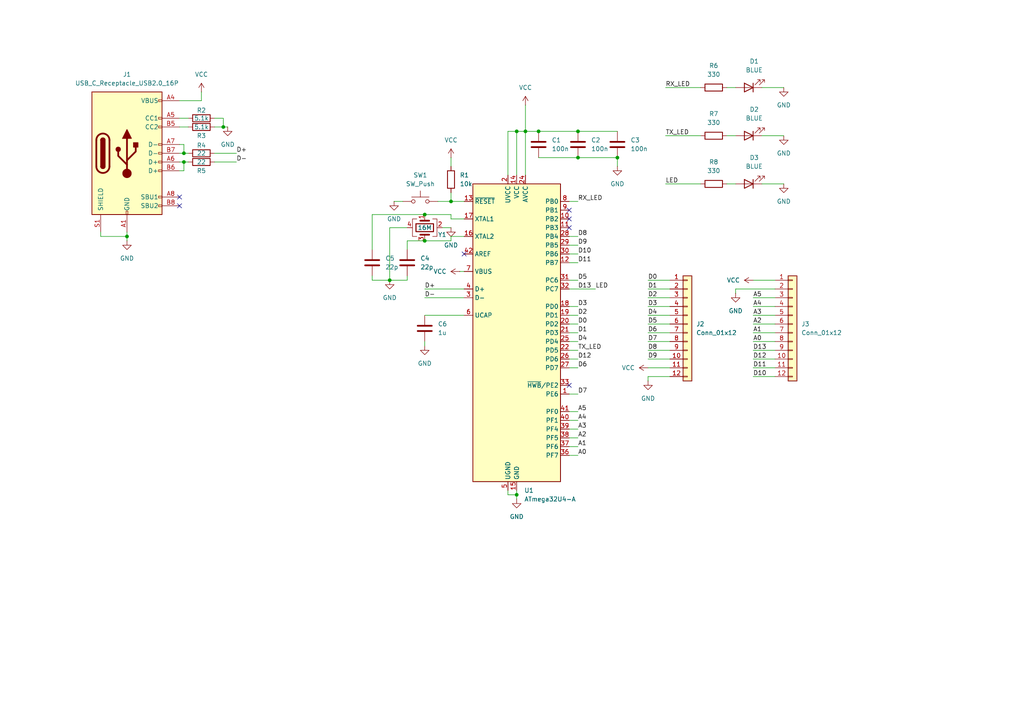
<source format=kicad_sch>
(kicad_sch (version 20231120) (generator "eeschema") (generator_version "8.0")
  (paper "A4")
  (lib_symbols
    (symbol "Connector:USB_C_Receptacle_USB2.0_16P" (pin_names (offset 1.016))
      (property "Reference" "J" (at 0 22.225 0))
      (property "Value" "USB_C_Receptacle_USB2.0_16P" (at 0 19.685 0))
      (symbol "USB_C_Receptacle_USB2.0_16P_0_0"
        (rectangle (start -0.254 -17.78) (end 0.254 -16.764))
        (rectangle (start 10.16 -14.986) (end 9.144 -15.494))
        (rectangle (start 10.16 -12.446) (end 9.144 -12.954))
        (rectangle (start 10.16 -4.826) (end 9.144 -5.334))
        (rectangle (start 10.16 -2.286) (end 9.144 -2.794))
        (rectangle (start 10.16 0.254) (end 9.144 -0.254))
        (rectangle (start 10.16 2.794) (end 9.144 2.286))
        (rectangle (start 10.16 7.874) (end 9.144 7.366))
        (rectangle (start 10.16 10.414) (end 9.144 9.906))
        (rectangle (start 10.16 15.494) (end 9.144 14.986))
      )
      (symbol "USB_C_Receptacle_USB2.0_16P_0_1"
        (rectangle (start -10.16 17.78) (end 10.16 -17.78) (stroke (width 0.254)) (fill (type background)))
        (arc (start -8.89 -3.81) (mid -6.985 -5.7067) (end -5.08 -3.81) (stroke (width 0.508)))
        (arc (start -7.62 -3.81) (mid -6.985 -4.4423) (end -6.35 -3.81) (stroke (width 0.254)))
        (arc (start -7.62 -3.81) (mid -6.985 -4.4423) (end -6.35 -3.81) (stroke (width 0.254)) (fill (type outline)))
        (rectangle (start -7.62 -3.81) (end -6.35 3.81) (stroke (width 0.254)) (fill (type outline)))
        (arc (start -6.35 3.81) (mid -6.985 4.4423) (end -7.62 3.81) (stroke (width 0.254)))
        (arc (start -6.35 3.81) (mid -6.985 4.4423) (end -7.62 3.81) (stroke (width 0.254)) (fill (type outline)))
        (arc (start -5.08 3.81) (mid -6.985 5.7067) (end -8.89 3.81) (stroke (width 0.508)))
        (circle (center -2.54 1.143) (radius 0.635) (stroke (width 0.254)) (fill (type outline)))
        (circle (center 0 -5.842) (radius 1.27) (fill (type outline)))
        (polyline (pts (xy -8.89 -3.81) (xy -8.89 3.81)) (stroke (width 0.508)))
        (polyline (pts (xy -5.08 3.81) (xy -5.08 -3.81)) (stroke (width 0.508)))
        (polyline (pts (xy 0 -5.842) (xy 0 4.318)) (stroke (width 0.508)))
        (polyline (pts (xy 0 -3.302) (xy -2.54 -0.762) (xy -2.54 0.508)) (stroke (width 0.508)))
        (polyline (pts (xy 0 -2.032) (xy 2.54 0.508) (xy 2.54 1.778)) (stroke (width 0.508)))
        (polyline (pts (xy -1.27 4.318) (xy 0 6.858) (xy 1.27 4.318) (xy -1.27 4.318)) (stroke (width 0.254)) (fill (type outline)))
        (rectangle (start 1.905 1.778) (end 3.175 3.048) (stroke (width 0.254)) (fill (type outline)))
      )
      (symbol "USB_C_Receptacle_USB2.0_16P_1_1"
        (pin passive line (at 0 -22.86 90) (length 5.08) (name "GND") (number "A1"))
        (pin passive line (at 0 -22.86 90) (length 5.08) hide (name "GND") (number "A12"))
        (pin passive line (at 15.24 15.24 180) (length 5.08) (name "VBUS") (number "A4"))
        (pin bidirectional line (at 15.24 10.16 180) (length 5.08) (name "CC1") (number "A5"))
        (pin bidirectional line (at 15.24 -2.54 180) (length 5.08) (name "D+") (number "A6"))
        (pin bidirectional line (at 15.24 2.54 180) (length 5.08) (name "D-") (number "A7"))
        (pin bidirectional line (at 15.24 -12.7 180) (length 5.08) (name "SBU1") (number "A8"))
        (pin passive line (at 15.24 15.24 180) (length 5.08) hide (name "VBUS") (number "A9"))
        (pin passive line (at 0 -22.86 90) (length 5.08) hide (name "GND") (number "B1"))
        (pin passive line (at 0 -22.86 90) (length 5.08) hide (name "GND") (number "B12"))
        (pin passive line (at 15.24 15.24 180) (length 5.08) hide (name "VBUS") (number "B4"))
        (pin bidirectional line (at 15.24 7.62 180) (length 5.08) (name "CC2") (number "B5"))
        (pin bidirectional line (at 15.24 -5.08 180) (length 5.08) (name "D+") (number "B6"))
        (pin bidirectional line (at 15.24 0 180) (length 5.08) (name "D-") (number "B7"))
        (pin bidirectional line (at 15.24 -15.24 180) (length 5.08) (name "SBU2") (number "B8"))
        (pin passive line (at 15.24 15.24 180) (length 5.08) hide (name "VBUS") (number "B9"))
        (pin passive line (at -7.62 -22.86 90) (length 5.08) (name "SHIELD") (number "S1"))
      )
    )
    (symbol "Connector_Generic:Conn_01x12" (pin_names (offset 1.016) hide)
      (property "Reference" "J" (at 0 15.24 0))
      (property "Value" "Conn_01x12" (at 0 -17.78 0))
      (symbol "Conn_01x12_1_1"
        (rectangle (start -1.27 -15.113) (end 0 -15.367) (stroke (width 0.1524)))
        (rectangle (start -1.27 -12.573) (end 0 -12.827) (stroke (width 0.1524)))
        (rectangle (start -1.27 -10.033) (end 0 -10.287) (stroke (width 0.1524)))
        (rectangle (start -1.27 -7.493) (end 0 -7.747) (stroke (width 0.1524)))
        (rectangle (start -1.27 -4.953) (end 0 -5.207) (stroke (width 0.1524)))
        (rectangle (start -1.27 -2.413) (end 0 -2.667) (stroke (width 0.1524)))
        (rectangle (start -1.27 0.127) (end 0 -0.127) (stroke (width 0.1524)))
        (rectangle (start -1.27 2.667) (end 0 2.413) (stroke (width 0.1524)))
        (rectangle (start -1.27 5.207) (end 0 4.953) (stroke (width 0.1524)))
        (rectangle (start -1.27 7.747) (end 0 7.493) (stroke (width 0.1524)))
        (rectangle (start -1.27 10.287) (end 0 10.033) (stroke (width 0.1524)))
        (rectangle (start -1.27 12.827) (end 0 12.573) (stroke (width 0.1524)))
        (rectangle (start -1.27 13.97) (end 1.27 -16.51) (stroke (width 0.254)) (fill (type background)))
        (pin passive line (at -5.08 12.7 0) (length 3.81) (name "Pin_1") (number "1"))
        (pin passive line (at -5.08 -10.16 0) (length 3.81) (name "Pin_10") (number "10"))
        (pin passive line (at -5.08 -12.7 0) (length 3.81) (name "Pin_11") (number "11"))
        (pin passive line (at -5.08 -15.24 0) (length 3.81) (name "Pin_12") (number "12"))
        (pin passive line (at -5.08 10.16 0) (length 3.81) (name "Pin_2") (number "2"))
        (pin passive line (at -5.08 7.62 0) (length 3.81) (name "Pin_3") (number "3"))
        (pin passive line (at -5.08 5.08 0) (length 3.81) (name "Pin_4") (number "4"))
        (pin passive line (at -5.08 2.54 0) (length 3.81) (name "Pin_5") (number "5"))
        (pin passive line (at -5.08 0 0) (length 3.81) (name "Pin_6") (number "6"))
        (pin passive line (at -5.08 -2.54 0) (length 3.81) (name "Pin_7") (number "7"))
        (pin passive line (at -5.08 -5.08 0) (length 3.81) (name "Pin_8") (number "8"))
        (pin passive line (at -5.08 -7.62 0) (length 3.81) (name "Pin_9") (number "9"))
      )
    )
    (symbol "Device:C" (pin_numbers hide) (pin_names (offset 0.254))
      (property "Reference" "C" (at 0.635 2.54 0))
      (property "Value" "C" (at 0.635 -2.54 0))
      (symbol "C_0_1"
        (polyline (pts (xy -2.032 -0.762) (xy 2.032 -0.762)) (stroke (width 0.508)))
        (polyline (pts (xy -2.032 0.762) (xy 2.032 0.762)) (stroke (width 0.508)))
      )
      (symbol "C_1_1"
        (pin passive line (at 0 3.81 270) (length 2.794) (name "~") (number "1"))
        (pin passive line (at 0 -3.81 90) (length 2.794) (name "~") (number "2"))
      )
    )
    (symbol "Device:Crystal_GND24" (pin_names (offset 1.016) hide)
      (property "Reference" "Y" (at 3.175 5.08 0))
      (property "Value" "Crystal_GND24" (at 3.175 3.175 0))
      (symbol "Crystal_GND24_0_1"
        (rectangle (start -1.143 2.54) (end 1.143 -2.54) (stroke (width 0.3048)))
        (polyline (pts (xy -2.54 0) (xy -2.032 0)))
        (polyline (pts (xy -2.032 -1.27) (xy -2.032 1.27)) (stroke (width 0.508)))
        (polyline (pts (xy 0 -3.81) (xy 0 -3.556)))
        (polyline (pts (xy 0 3.556) (xy 0 3.81)))
        (polyline (pts (xy 2.032 -1.27) (xy 2.032 1.27)) (stroke (width 0.508)))
        (polyline (pts (xy 2.032 0) (xy 2.54 0)))
        (polyline (pts (xy -2.54 -2.286) (xy -2.54 -3.556) (xy 2.54 -3.556) (xy 2.54 -2.286)))
        (polyline (pts (xy -2.54 2.286) (xy -2.54 3.556) (xy 2.54 3.556) (xy 2.54 2.286)))
      )
      (symbol "Crystal_GND24_1_1"
        (pin passive line (at -3.81 0 0) (length 1.27) (name "1") (number "1"))
        (pin passive line (at 0 5.08 270) (length 1.27) (name "2") (number "2"))
        (pin passive line (at 3.81 0 180) (length 1.27) (name "3") (number "3"))
        (pin passive line (at 0 -5.08 90) (length 1.27) (name "4") (number "4"))
      )
    )
    (symbol "Device:LED" (pin_numbers hide) (pin_names (offset 1.016) hide)
      (property "Reference" "D" (at 0 2.54 0))
      (property "Value" "LED" (at 0 -2.54 0))
      (symbol "LED_0_1"
        (polyline (pts (xy -1.27 -1.27) (xy -1.27 1.27)) (stroke (width 0.254)))
        (polyline (pts (xy -1.27 0) (xy 1.27 0)))
        (polyline (pts (xy 1.27 -1.27) (xy 1.27 1.27) (xy -1.27 0) (xy 1.27 -1.27)) (stroke (width 0.254)))
        (polyline (pts (xy -3.048 -0.762) (xy -4.572 -2.286) (xy -3.81 -2.286) (xy -4.572 -2.286) (xy -4.572 -1.524)))
        (polyline (pts (xy -1.778 -0.762) (xy -3.302 -2.286) (xy -2.54 -2.286) (xy -3.302 -2.286) (xy -3.302 -1.524)))
      )
      (symbol "LED_1_1"
        (pin passive line (at -3.81 0 0) (length 2.54) (name "K") (number "1"))
        (pin passive line (at 3.81 0 180) (length 2.54) (name "A") (number "2"))
      )
    )
    (symbol "Device:R" (pin_numbers hide) (pin_names (offset 0))
      (property "Reference" "R" (at 2.032 0 90))
      (property "Value" "R" (at 0 0 90))
      (symbol "R_0_1"
        (rectangle (start -1.016 -2.54) (end 1.016 2.54) (stroke (width 0.254)))
      )
      (symbol "R_1_1"
        (pin passive line (at 0 3.81 270) (length 1.27) (name "~") (number "1"))
        (pin passive line (at 0 -3.81 90) (length 1.27) (name "~") (number "2"))
      )
    )
    (symbol "MCU_Microchip_ATmega:ATmega32U4-A"
      (property "Reference" "U" (at -12.7 44.45 0))
      (property "Value" "ATmega32U4-A" (at 2.54 -44.45 0))
      (symbol "ATmega32U4-A_0_1"
        (rectangle (start -12.7 -43.18) (end 12.7 43.18) (stroke (width 0.254)) (fill (type background)))
      )
      (symbol "ATmega32U4-A_1_1"
        (pin bidirectional line (at 15.24 -17.78 180) (length 2.54) (name "PE6") (number "1"))
        (pin bidirectional line (at 15.24 33.02 180) (length 2.54) (name "PB2") (number "10"))
        (pin bidirectional line (at 15.24 30.48 180) (length 2.54) (name "PB3") (number "11"))
        (pin bidirectional line (at 15.24 20.32 180) (length 2.54) (name "PB7") (number "12"))
        (pin input line (at -15.24 38.1 0) (length 2.54) (name "~{RESET}") (number "13"))
        (pin power_in line (at 0 45.72 270) (length 2.54) (name "VCC") (number "14"))
        (pin power_in line (at 0 -45.72 90) (length 2.54) (name "GND") (number "15"))
        (pin output line (at -15.24 27.94 0) (length 2.54) (name "XTAL2") (number "16"))
        (pin input line (at -15.24 33.02 0) (length 2.54) (name "XTAL1") (number "17"))
        (pin bidirectional line (at 15.24 7.62 180) (length 2.54) (name "PD0") (number "18"))
        (pin bidirectional line (at 15.24 5.08 180) (length 2.54) (name "PD1") (number "19"))
        (pin power_in line (at -2.54 45.72 270) (length 2.54) (name "UVCC") (number "2"))
        (pin bidirectional line (at 15.24 2.54 180) (length 2.54) (name "PD2") (number "20"))
        (pin bidirectional line (at 15.24 0 180) (length 2.54) (name "PD3") (number "21"))
        (pin bidirectional line (at 15.24 -5.08 180) (length 2.54) (name "PD5") (number "22"))
        (pin passive line (at 0 -45.72 90) (length 2.54) hide (name "GND") (number "23"))
        (pin power_in line (at 2.54 45.72 270) (length 2.54) (name "AVCC") (number "24"))
        (pin bidirectional line (at 15.24 -2.54 180) (length 2.54) (name "PD4") (number "25"))
        (pin bidirectional line (at 15.24 -7.62 180) (length 2.54) (name "PD6") (number "26"))
        (pin bidirectional line (at 15.24 -10.16 180) (length 2.54) (name "PD7") (number "27"))
        (pin bidirectional line (at 15.24 27.94 180) (length 2.54) (name "PB4") (number "28"))
        (pin bidirectional line (at 15.24 25.4 180) (length 2.54) (name "PB5") (number "29"))
        (pin bidirectional line (at -15.24 10.16 0) (length 2.54) (name "D-") (number "3"))
        (pin bidirectional line (at 15.24 22.86 180) (length 2.54) (name "PB6") (number "30"))
        (pin bidirectional line (at 15.24 15.24 180) (length 2.54) (name "PC6") (number "31"))
        (pin bidirectional line (at 15.24 12.7 180) (length 2.54) (name "PC7") (number "32"))
        (pin bidirectional line (at 15.24 -15.24 180) (length 2.54) (name "~{HWB}/PE2") (number "33"))
        (pin passive line (at 0 45.72 270) (length 2.54) hide (name "VCC") (number "34"))
        (pin passive line (at 0 -45.72 90) (length 2.54) hide (name "GND") (number "35"))
        (pin bidirectional line (at 15.24 -35.56 180) (length 2.54) (name "PF7") (number "36"))
        (pin bidirectional line (at 15.24 -33.02 180) (length 2.54) (name "PF6") (number "37"))
        (pin bidirectional line (at 15.24 -30.48 180) (length 2.54) (name "PF5") (number "38"))
        (pin bidirectional line (at 15.24 -27.94 180) (length 2.54) (name "PF4") (number "39"))
        (pin bidirectional line (at -15.24 12.7 0) (length 2.54) (name "D+") (number "4"))
        (pin bidirectional line (at 15.24 -25.4 180) (length 2.54) (name "PF1") (number "40"))
        (pin bidirectional line (at 15.24 -22.86 180) (length 2.54) (name "PF0") (number "41"))
        (pin passive line (at -15.24 22.86 0) (length 2.54) (name "AREF") (number "42"))
        (pin passive line (at 0 -45.72 90) (length 2.54) hide (name "GND") (number "43"))
        (pin passive line (at 2.54 45.72 270) (length 2.54) hide (name "AVCC") (number "44"))
        (pin passive line (at -2.54 -45.72 90) (length 2.54) (name "UGND") (number "5"))
        (pin passive line (at -15.24 5.08 0) (length 2.54) (name "UCAP") (number "6"))
        (pin input line (at -15.24 17.78 0) (length 2.54) (name "VBUS") (number "7"))
        (pin bidirectional line (at 15.24 38.1 180) (length 2.54) (name "PB0") (number "8"))
        (pin bidirectional line (at 15.24 35.56 180) (length 2.54) (name "PB1") (number "9"))
      )
    )
    (symbol "Switch:SW_Push" (pin_numbers hide) (pin_names (offset 1.016) hide)
      (property "Reference" "SW" (at 1.27 2.54 0))
      (property "Value" "SW_Push" (at 0 -1.524 0))
      (symbol "SW_Push_0_1"
        (circle (center -2.032 0) (radius 0.508))
        (polyline (pts (xy 0 1.27) (xy 0 3.048)))
        (polyline (pts (xy 2.54 1.27) (xy -2.54 1.27)))
        (circle (center 2.032 0) (radius 0.508))
        (pin passive line (at -5.08 0 0) (length 2.54) (name "1") (number "1"))
        (pin passive line (at 5.08 0 180) (length 2.54) (name "2") (number "2"))
      )
    )
    (symbol "power:GND" (power) (pin_numbers hide) (pin_names (offset 0) hide)
      (property "Value" "GND" (at 0 -3.81 0))
      (symbol "GND_0_1"
        (polyline (pts (xy 0 0) (xy 0 -1.27) (xy 1.27 -1.27) (xy 0 -2.54) (xy -1.27 -1.27) (xy 0 -1.27)))
      )
      (symbol "GND_1_1"
        (pin power_in line (at 0 0 270) (length 0) (name "~") (number "1"))
      )
    )
    (symbol "power:VCC" (power) (pin_numbers hide) (pin_names (offset 0) hide)
      (property "Value" "VCC" (at 0 3.556 0))
      (symbol "VCC_0_1"
        (polyline (pts (xy -0.762 1.27) (xy 0 2.54)))
        (polyline (pts (xy 0 0) (xy 0 2.54)))
        (polyline (pts (xy 0 2.54) (xy 0.762 1.27)))
      )
      (symbol "VCC_1_1"
        (pin power_in line (at 0 0 90) (length 0) (name "~") (number "1"))
      )
    )
  )
  (junction (at 53.34 46.99))
  (junction (at 149.86 38.1))
  (junction (at 53.34 44.45))
  (junction (at 149.86 143.51))
  (junction (at 36.83 68.58))
  (junction (at 64.77 36.83))
  (junction (at 130.81 58.42))
  (junction (at 123.19 62.23))
  (junction (at 179.07 45.72))
  (junction (at 123.19 69.85))
  (junction (at 167.64 38.1))
  (junction (at 167.64 45.72))
  (junction (at 156.21 38.1))
  (junction (at 152.4 38.1))
  (junction (at 113.03 81.28))
  (no_connect (at 165.1 111.76))
  (no_connect (at 165.1 66.04))
  (no_connect (at 165.1 63.5))
  (no_connect (at 165.1 60.96))
  (no_connect (at 134.62 73.66))
  (no_connect (at 52.07 59.69))
  (no_connect (at 52.07 57.15))
  (wire (pts (xy 210.82 53.34) (xy 213.36 53.34)))
  (wire (pts (xy 187.96 106.68) (xy 194.31 106.68)))
  (wire (pts (xy 187.96 83.82) (xy 194.31 83.82)))
  (wire (pts (xy 123.19 91.44) (xy 134.62 91.44)))
  (wire (pts (xy 123.19 69.85) (xy 130.81 69.85)))
  (wire (pts (xy 187.96 93.98) (xy 194.31 93.98)))
  (wire (pts (xy 167.64 45.72) (xy 179.07 45.72)))
  (wire (pts (xy 167.64 124.46) (xy 165.1 124.46)))
  (wire (pts (xy 127 58.42) (xy 130.81 58.42)))
  (wire (pts (xy 220.98 53.34) (xy 227.33 53.34)))
  (wire (pts (xy 167.64 91.44) (xy 165.1 91.44)))
  (wire (pts (xy 218.44 109.22) (xy 224.79 109.22)))
  (wire (pts (xy 123.19 62.23) (xy 107.95 62.23)))
  (wire (pts (xy 213.36 83.82) (xy 213.36 85.09)))
  (wire (pts (xy 52.07 34.29) (xy 54.61 34.29)))
  (wire (pts (xy 152.4 38.1) (xy 152.4 50.8)))
  (wire (pts (xy 167.64 119.38) (xy 165.1 119.38)))
  (wire (pts (xy 36.83 68.58) (xy 36.83 69.85)))
  (wire (pts (xy 107.95 62.23) (xy 107.95 72.39)))
  (wire (pts (xy 113.03 66.04) (xy 118.11 66.04)))
  (wire (pts (xy 130.81 62.23) (xy 130.81 63.5)))
  (wire (pts (xy 210.82 39.37) (xy 213.36 39.37)))
  (wire (pts (xy 130.81 69.85) (xy 130.81 68.58)))
  (wire (pts (xy 218.44 99.06) (xy 224.79 99.06)))
  (wire (pts (xy 165.1 83.82) (xy 172.72 83.82)))
  (wire (pts (xy 64.77 34.29) (xy 64.77 36.83)))
  (wire (pts (xy 107.95 80.01) (xy 107.95 81.28)))
  (wire (pts (xy 187.96 104.14) (xy 194.31 104.14)))
  (wire (pts (xy 218.44 96.52) (xy 224.79 96.52)))
  (wire (pts (xy 123.19 83.82) (xy 134.62 83.82)))
  (wire (pts (xy 167.64 93.98) (xy 165.1 93.98)))
  (wire (pts (xy 210.82 25.4) (xy 213.36 25.4)))
  (wire (pts (xy 220.98 25.4) (xy 227.33 25.4)))
  (wire (pts (xy 53.34 44.45) (xy 54.61 44.45)))
  (wire (pts (xy 167.64 81.28) (xy 165.1 81.28)))
  (wire (pts (xy 36.83 68.58) (xy 36.83 67.31)))
  (wire (pts (xy 52.07 49.53) (xy 53.34 49.53)))
  (wire (pts (xy 187.96 109.22) (xy 187.96 110.49)))
  (wire (pts (xy 53.34 44.45) (xy 53.34 41.91)))
  (wire (pts (xy 167.64 106.68) (xy 165.1 106.68)))
  (wire (pts (xy 147.32 38.1) (xy 149.86 38.1)))
  (wire (pts (xy 218.44 91.44) (xy 224.79 91.44)))
  (wire (pts (xy 167.64 68.58) (xy 165.1 68.58)))
  (wire (pts (xy 128.27 66.04) (xy 130.81 66.04)))
  (wire (pts (xy 123.19 86.36) (xy 134.62 86.36)))
  (wire (pts (xy 130.81 68.58) (xy 134.62 68.58)))
  (wire (pts (xy 58.42 29.21) (xy 52.07 29.21)))
  (wire (pts (xy 52.07 44.45) (xy 53.34 44.45)))
  (wire (pts (xy 218.44 81.28) (xy 224.79 81.28)))
  (wire (pts (xy 147.32 142.24) (xy 147.32 143.51)))
  (wire (pts (xy 187.96 86.36) (xy 194.31 86.36)))
  (wire (pts (xy 167.64 121.92) (xy 165.1 121.92)))
  (wire (pts (xy 62.23 44.45) (xy 68.58 44.45)))
  (wire (pts (xy 193.04 39.37) (xy 203.2 39.37)))
  (wire (pts (xy 165.1 58.42) (xy 167.64 58.42)))
  (wire (pts (xy 167.64 38.1) (xy 179.07 38.1)))
  (wire (pts (xy 118.11 69.85) (xy 118.11 72.39)))
  (wire (pts (xy 167.64 96.52) (xy 165.1 96.52)))
  (wire (pts (xy 149.86 38.1) (xy 152.4 38.1)))
  (wire (pts (xy 167.64 104.14) (xy 165.1 104.14)))
  (wire (pts (xy 167.64 99.06) (xy 165.1 99.06)))
  (wire (pts (xy 167.64 114.3) (xy 165.1 114.3)))
  (wire (pts (xy 218.44 104.14) (xy 224.79 104.14)))
  (wire (pts (xy 53.34 41.91) (xy 52.07 41.91)))
  (wire (pts (xy 194.31 109.22) (xy 187.96 109.22)))
  (wire (pts (xy 29.21 67.31) (xy 29.21 68.58)))
  (wire (pts (xy 218.44 88.9) (xy 224.79 88.9)))
  (wire (pts (xy 167.64 73.66) (xy 165.1 73.66)))
  (wire (pts (xy 167.64 127) (xy 165.1 127)))
  (wire (pts (xy 62.23 36.83) (xy 64.77 36.83)))
  (wire (pts (xy 118.11 80.01) (xy 118.11 81.28)))
  (wire (pts (xy 149.86 143.51) (xy 149.86 144.78)))
  (wire (pts (xy 167.64 76.2) (xy 165.1 76.2)))
  (wire (pts (xy 133.35 78.74) (xy 134.62 78.74)))
  (wire (pts (xy 193.04 25.4) (xy 203.2 25.4)))
  (wire (pts (xy 114.3 58.42) (xy 116.84 58.42)))
  (wire (pts (xy 113.03 81.28) (xy 113.03 66.04)))
  (wire (pts (xy 147.32 50.8) (xy 147.32 38.1)))
  (wire (pts (xy 149.86 38.1) (xy 149.86 50.8)))
  (wire (pts (xy 218.44 106.68) (xy 224.79 106.68)))
  (wire (pts (xy 156.21 45.72) (xy 167.64 45.72)))
  (wire (pts (xy 118.11 81.28) (xy 113.03 81.28)))
  (wire (pts (xy 152.4 38.1) (xy 156.21 38.1)))
  (wire (pts (xy 64.77 36.83) (xy 66.04 36.83)))
  (wire (pts (xy 224.79 83.82) (xy 213.36 83.82)))
  (wire (pts (xy 167.64 132.08) (xy 165.1 132.08)))
  (wire (pts (xy 58.42 26.67) (xy 58.42 29.21)))
  (wire (pts (xy 62.23 46.99) (xy 68.58 46.99)))
  (wire (pts (xy 218.44 93.98) (xy 224.79 93.98)))
  (wire (pts (xy 179.07 45.72) (xy 179.07 48.26)))
  (wire (pts (xy 167.64 88.9) (xy 165.1 88.9)))
  (wire (pts (xy 167.64 71.12) (xy 165.1 71.12)))
  (wire (pts (xy 193.04 53.34) (xy 203.2 53.34)))
  (wire (pts (xy 147.32 143.51) (xy 149.86 143.51)))
  (wire (pts (xy 187.96 81.28) (xy 194.31 81.28)))
  (wire (pts (xy 187.96 91.44) (xy 194.31 91.44)))
  (wire (pts (xy 130.81 45.72) (xy 130.81 48.26)))
  (wire (pts (xy 218.44 101.6) (xy 224.79 101.6)))
  (wire (pts (xy 152.4 30.48) (xy 152.4 38.1)))
  (wire (pts (xy 53.34 46.99) (xy 54.61 46.99)))
  (wire (pts (xy 52.07 46.99) (xy 53.34 46.99)))
  (wire (pts (xy 130.81 63.5) (xy 134.62 63.5)))
  (wire (pts (xy 29.21 68.58) (xy 36.83 68.58)))
  (wire (pts (xy 134.62 58.42) (xy 130.81 58.42)))
  (wire (pts (xy 220.98 39.37) (xy 227.33 39.37)))
  (wire (pts (xy 165.1 101.6) (xy 167.64 101.6)))
  (wire (pts (xy 130.81 58.42) (xy 130.81 55.88)))
  (wire (pts (xy 187.96 101.6) (xy 194.31 101.6)))
  (wire (pts (xy 123.19 69.85) (xy 118.11 69.85)))
  (wire (pts (xy 187.96 88.9) (xy 194.31 88.9)))
  (wire (pts (xy 52.07 36.83) (xy 54.61 36.83)))
  (wire (pts (xy 149.86 143.51) (xy 149.86 142.24)))
  (wire (pts (xy 167.64 129.54) (xy 165.1 129.54)))
  (wire (pts (xy 187.96 96.52) (xy 194.31 96.52)))
  (wire (pts (xy 123.19 62.23) (xy 130.81 62.23)))
  (wire (pts (xy 123.19 99.06) (xy 123.19 100.33)))
  (wire (pts (xy 187.96 99.06) (xy 194.31 99.06)))
  (wire (pts (xy 107.95 81.28) (xy 113.03 81.28)))
  (wire (pts (xy 218.44 86.36) (xy 224.79 86.36)))
  (wire (pts (xy 53.34 49.53) (xy 53.34 46.99)))
  (wire (pts (xy 62.23 34.29) (xy 64.77 34.29)))
  (wire (pts (xy 156.21 38.1) (xy 167.64 38.1)))
  (label "A2" (at 218.44 93.98 0))
  (label "D6" (at 167.64 106.68 0))
  (label "D-" (at 123.19 86.36 0))
  (label "D3" (at 187.96 88.9 0))
  (label "D9" (at 167.64 71.12 0))
  (label "A5" (at 218.44 86.36 0))
  (label "LED" (at 193.04 53.34 0))
  (label "D4" (at 187.96 91.44 0))
  (label "A3" (at 167.64 124.46 0))
  (label "D6" (at 187.96 96.52 0))
  (label "D5" (at 187.96 93.98 0))
  (label "D11" (at 167.64 76.2 0))
  (label "RX_LED" (at 167.64 58.42 0))
  (label "D13" (at 218.44 101.6 0))
  (label "D12" (at 167.64 104.14 0))
  (label "LED" (at 172.72 83.82 0))
  (label "A5" (at 167.64 119.38 0))
  (label "A3" (at 218.44 91.44 0))
  (label "A4" (at 167.64 121.92 0))
  (label "D2" (at 167.64 91.44 0))
  (label "D+" (at 68.58 44.45 0))
  (label "D12" (at 218.44 104.14 0))
  (label "D5" (at 167.64 81.28 0))
  (label "D11" (at 218.44 106.68 0))
  (label "D9" (at 187.96 104.14 0))
  (label "D3" (at 167.64 88.9 0))
  (label "D1" (at 187.96 83.82 0))
  (label "D8" (at 187.96 101.6 0))
  (label "D2" (at 187.96 86.36 0))
  (label "D0" (at 187.96 81.28 0))
  (label "A4" (at 218.44 88.9 0))
  (label "D13" (at 167.64 83.82 0))
  (label "TX_LED" (at 167.64 101.6 0))
  (label "D4" (at 167.64 99.06 0))
  (label "D10" (at 167.64 73.66 0))
  (label "D1" (at 167.64 96.52 0))
  (label "D7" (at 187.96 99.06 0))
  (label "TX_LED" (at 193.04 39.37 0))
  (label "A2" (at 167.64 127 0))
  (label "D0" (at 167.64 93.98 0))
  (label "D8" (at 167.64 68.58 0))
  (label "D10" (at 218.44 109.22 0))
  (label "A0" (at 167.64 132.08 0))
  (label "D-" (at 68.58 46.99 0))
  (label "D+" (at 123.19 83.82 0))
  (label "D7" (at 167.64 114.3 0))
  (label "RX_LED" (at 193.04 25.4 0))
  (label "A1" (at 167.64 129.54 0))
  (label "A1" (at 218.44 96.52 0))
  (label "A0" (at 218.44 99.06 0))
  (symbol (lib_id "power:GND") (at 36.83 69.85 0) (unit 1)
    (property "Reference" "#PWR012" (effects (hide yes)))
    (property "Value" "GND" (at 36.83 74.93 0))
    (property "Description" "Power symbol creates a global label with name \"GND\" , ground" (effects (hide yes)))
  )
  (symbol (lib_id "MCU_Microchip_ATmega:ATmega32U4-A") (at 149.86 96.52 0) (unit 1)
    (property "Reference" "U1" (at 152.0541 142.24 0) (effects (justify left)))
    (property "Value" "ATmega32U4-A" (at 152.0541 144.78 0) (effects (justify left)))
    (property "Footprint" "Package_QFP:TQFP-44_10x10mm_P0.8mm" (effects (hide yes)))
    (property "Datasheet" "http://ww1.microchip.com/downloads/en/DeviceDoc/Atmel-7766-8-bit-AVR-ATmega16U4-32U4_Datasheet.pdf" (effects (hide yes)))
    (property "Description" "16MHz, 32kB Flash, 2.5kB SRAM, 1kB EEPROM, USB 2.0, TQFP-44" (effects (hide yes)))
  )
  (symbol (lib_id "Device:C") (at 179.07 41.91 0) (unit 1)
    (property "Reference" "C3" (at 182.88 40.6399 0) (effects (justify left)))
    (property "Value" "100n" (at 182.88 43.1799 0) (effects (justify left)))
    (property "Footprint" "Capacitor_SMD:C_0402_1005Metric" (effects (hide yes)))
    (property "Description" "Unpolarized capacitor" (effects (hide yes)))
  )
  (symbol (lib_id "Connector:USB_C_Receptacle_USB2.0_16P") (at 36.83 44.45 0) (unit 1)
    (property "Reference" "J1" (at 36.83 21.59 0))
    (property "Value" "USB_C_Receptacle_USB2.0_16P" (at 36.83 24.13 0))
    (property "Footprint" "Connector_USB:USB_C_Receptacle_GCT_USB4105-xx-A_16P_TopMnt_Horizontal" (effects (hide yes)))
    (property "Datasheet" "https://www.usb.org/sites/default/files/documents/usb_type-c.zip" (effects (hide yes)))
    (property "Description" "USB 2.0-only 16P Type-C Receptacle connector" (effects (hide yes)))
  )
  (symbol (lib_id "power:GND") (at 179.07 48.26 0) (unit 1)
    (property "Reference" "#PWR02" (effects (hide yes)))
    (property "Value" "GND" (at 179.07 53.34 0))
    (property "Description" "Power symbol creates a global label with name \"GND\" , ground" (effects (hide yes)))
  )
  (symbol (lib_id "Device:R") (at 58.42 44.45 90) (unit 1)
    (property "Reference" "R4" (at 58.42 42.164 90))
    (property "Value" "22" (at 58.42 44.45 90))
    (property "Footprint" "Resistor_SMD:R_0402_1005Metric" (effects (hide yes)))
    (property "Description" "Resistor" (effects (hide yes)))
  )
  (symbol (lib_id "Device:R") (at 58.42 34.29 90) (unit 1)
    (property "Reference" "R2" (at 58.42 32.004 90))
    (property "Value" "5.1k" (at 58.42 34.29 90))
    (property "Footprint" "Resistor_SMD:R_0402_1005Metric" (effects (hide yes)))
    (property "Description" "Resistor" (effects (hide yes)))
  )
  (symbol (lib_id "Device:C") (at 118.11 76.2 0) (unit 1)
    (property "Reference" "C4" (at 121.92 74.9299 0) (effects (justify left)))
    (property "Value" "22p" (at 121.92 77.4699 0) (effects (justify left)))
    (property "Footprint" "Capacitor_SMD:C_0402_1005Metric" (effects (hide yes)))
    (property "Description" "Unpolarized capacitor" (effects (hide yes)))
  )
  (symbol (lib_id "Device:Crystal_GND24") (at 123.19 66.04 270) (unit 1)
    (property "Reference" "Y1" (at 128.27 68.072 90))
    (property "Value" "16M" (at 123.19 66.04 90))
    (property "Footprint" "Crystal:Crystal_SMD_2520-4Pin_2.5x2.0mm" (effects (hide yes)))
    (property "Description" "Four pin crystal, GND on pins 2 and 4" (effects (hide yes)))
  )
  (symbol (lib_id "power:GND") (at 66.04 36.83 0) (unit 1)
    (property "Reference" "#PWR011" (effects (hide yes)))
    (property "Value" "GND" (at 66.04 41.91 0))
    (property "Description" "Power symbol creates a global label with name \"GND\" , ground" (effects (hide yes)))
  )
  (symbol (lib_id "power:VCC") (at 130.81 45.72 0) (unit 1)
    (property "Reference" "#PWR04" (effects (hide yes)))
    (property "Value" "VCC" (at 130.81 40.64 0))
    (property "Description" "Power symbol creates a global label with name \"VCC\"" (effects (hide yes)))
  )
  (symbol (lib_id "power:VCC") (at 133.35 78.74 90) (unit 1)
    (property "Reference" "#PWR08" (effects (hide yes)))
    (property "Value" "VCC" (at 129.54 78.7399 90) (effects (justify left)))
    (property "Description" "Power symbol creates a global label with name \"VCC\"" (effects (hide yes)))
  )
  (symbol (lib_id "power:VCC") (at 58.42 26.67 0) (unit 1)
    (property "Reference" "#PWR010" (effects (hide yes)))
    (property "Value" "VCC" (at 58.42 21.59 0))
    (property "Description" "Power symbol creates a global label with name \"VCC\"" (effects (hide yes)))
  )
  (symbol (lib_id "Device:C") (at 107.95 76.2 0) (unit 1)
    (property "Reference" "C5" (at 111.76 74.9299 0) (effects (justify left)))
    (property "Value" "22p" (at 111.76 77.4699 0) (effects (justify left)))
    (property "Footprint" "Capacitor_SMD:C_0402_1005Metric" (effects (hide yes)))
    (property "Description" "Unpolarized capacitor" (effects (hide yes)))
  )
  (symbol (lib_id "Device:C") (at 156.21 41.91 0) (unit 1)
    (property "Reference" "C1" (at 160.02 40.6399 0) (effects (justify left)))
    (property "Value" "100n" (at 160.02 43.1799 0) (effects (justify left)))
    (property "Footprint" "Capacitor_SMD:C_0402_1005Metric" (effects (hide yes)))
    (property "Description" "Unpolarized capacitor" (effects (hide yes)))
  )
  (symbol (lib_id "Device:LED") (at 217.17 53.34 180) (unit 1)
    (property "Reference" "D3" (at 218.7575 45.72 0))
    (property "Value" "BLUE" (at 218.7575 48.26 0))
    (property "Footprint" "LED_SMD:LED_0402_1005Metric" (effects (hide yes)))
    (property "Description" "Light emitting diode" (effects (hide yes)))
  )
  (symbol (lib_id "power:VCC") (at 152.4 30.48 0) (unit 1)
    (property "Reference" "#PWR01" (effects (hide yes)))
    (property "Value" "VCC" (at 152.4 25.4 0))
    (property "Description" "Power symbol creates a global label with name \"VCC\"" (effects (hide yes)))
  )
  (symbol (lib_id "power:GND") (at 130.81 66.04 0) (unit 1)
    (property "Reference" "#PWR07" (effects (hide yes)))
    (property "Value" "GND" (at 130.81 71.12 0))
    (property "Description" "Power symbol creates a global label with name \"GND\" , ground" (effects (hide yes)))
  )
  (symbol (lib_id "Device:R") (at 207.01 25.4 90) (unit 1)
    (property "Reference" "R6" (at 207.01 19.05 90))
    (property "Value" "330" (at 207.01 21.59 90))
    (property "Footprint" "Resistor_SMD:R_0402_1005Metric" (effects (hide yes)))
    (property "Description" "Resistor" (effects (hide yes)))
  )
  (symbol (lib_id "power:GND") (at 227.33 39.37 0) (unit 1)
    (property "Reference" "#PWR018" (effects (hide yes)))
    (property "Value" "GND" (at 227.33 44.45 0))
    (property "Description" "Power symbol creates a global label with name \"GND\" , ground" (effects (hide yes)))
  )
  (symbol (lib_id "power:GND") (at 123.19 100.33 0) (unit 1)
    (property "Reference" "#PWR09" (effects (hide yes)))
    (property "Value" "GND" (at 123.19 105.41 0))
    (property "Description" "Power symbol creates a global label with name \"GND\" , ground" (effects (hide yes)))
  )
  (symbol (lib_id "Connector_Generic:Conn_01x12") (at 199.39 93.98 0) (unit 1)
    (property "Reference" "J2" (at 201.93 93.9799 0) (effects (justify left)))
    (property "Value" "Conn_01x12" (at 201.93 96.5199 0) (effects (justify left)))
    (property "Footprint" "Connector_PinHeader_2.54mm:PinHeader_1x12_P2.54mm_Vertical" (effects (hide yes)))
    (property "Description" "Generic connector, single row, 01x12, script generated (kicad-library-utils/schlib/autogen/connector/)" (effects (hide yes)))
  )
  (symbol (lib_id "power:GND") (at 227.33 25.4 0) (unit 1)
    (property "Reference" "#PWR017" (effects (hide yes)))
    (property "Value" "GND" (at 227.33 30.48 0))
    (property "Description" "Power symbol creates a global label with name \"GND\" , ground" (effects (hide yes)))
  )
  (symbol (lib_id "Device:R") (at 207.01 53.34 90) (unit 1)
    (property "Reference" "R8" (at 207.01 46.99 90))
    (property "Value" "330" (at 207.01 49.53 90))
    (property "Footprint" "Resistor_SMD:R_0402_1005Metric" (effects (hide yes)))
    (property "Description" "Resistor" (effects (hide yes)))
  )
  (symbol (lib_id "power:GND") (at 114.3 58.42 0) (unit 1)
    (property "Reference" "#PWR05" (effects (hide yes)))
    (property "Value" "GND" (at 114.3 63.5 0))
    (property "Description" "Power symbol creates a global label with name \"GND\" , ground" (effects (hide yes)))
  )
  (symbol (lib_id "Device:LED") (at 217.17 25.4 180) (unit 1)
    (property "Reference" "D1" (at 218.7575 17.78 0))
    (property "Value" "BLUE" (at 218.7575 20.32 0))
    (property "Footprint" "LED_SMD:LED_0402_1005Metric" (effects (hide yes)))
    (property "Description" "Light emitting diode" (effects (hide yes)))
  )
  (symbol (lib_id "Device:R") (at 58.42 46.99 90) (unit 1)
    (property "Reference" "R5" (at 58.42 49.53 90))
    (property "Value" "22" (at 58.42 46.99 90))
    (property "Footprint" "Resistor_SMD:R_0402_1005Metric" (effects (hide yes)))
    (property "Description" "Resistor" (effects (hide yes)))
  )
  (symbol (lib_id "Device:R") (at 58.42 36.83 90) (unit 1)
    (property "Reference" "R3" (at 58.42 39.37 90))
    (property "Value" "5.1k" (at 58.42 36.83 90))
    (property "Footprint" "Resistor_SMD:R_0402_1005Metric" (effects (hide yes)))
    (property "Description" "Resistor" (effects (hide yes)))
  )
  (symbol (lib_id "Connector_Generic:Conn_01x12") (at 229.87 93.98 0) (unit 1)
    (property "Reference" "J3" (at 232.41 93.9799 0) (effects (justify left)))
    (property "Value" "Conn_01x12" (at 232.41 96.5199 0) (effects (justify left)))
    (property "Footprint" "Connector_PinHeader_2.54mm:PinHeader_1x12_P2.54mm_Vertical" (effects (hide yes)))
    (property "Description" "Generic connector, single row, 01x12, script generated (kicad-library-utils/schlib/autogen/connector/)" (effects (hide yes)))
  )
  (symbol (lib_id "power:GND") (at 213.36 85.09 0) (unit 1)
    (property "Reference" "#PWR014" (effects (hide yes)))
    (property "Value" "GND" (at 213.36 90.17 0))
    (property "Description" "Power symbol creates a global label with name \"GND\" , ground" (effects (hide yes)))
  )
  (symbol (lib_id "Device:C") (at 167.64 41.91 0) (unit 1)
    (property "Reference" "C2" (at 171.45 40.6399 0) (effects (justify left)))
    (property "Value" "100n" (at 171.45 43.1799 0) (effects (justify left)))
    (property "Footprint" "Capacitor_SMD:C_0402_1005Metric" (effects (hide yes)))
    (property "Description" "Unpolarized capacitor" (effects (hide yes)))
  )
  (symbol (lib_id "Device:C") (at 123.19 95.25 0) (unit 1)
    (property "Reference" "C6" (at 127 93.9799 0) (effects (justify left)))
    (property "Value" "1u" (at 127 96.5199 0) (effects (justify left)))
    (property "Footprint" "Capacitor_SMD:C_0402_1005Metric" (effects (hide yes)))
    (property "Description" "Unpolarized capacitor" (effects (hide yes)))
  )
  (symbol (lib_id "Device:R") (at 130.81 52.07 180) (unit 1)
    (property "Reference" "R1" (at 133.35 50.7999 0) (effects (justify right)))
    (property "Value" "10k" (at 133.35 53.3399 0) (effects (justify right)))
    (property "Footprint" "Resistor_SMD:R_0402_1005Metric" (effects (hide yes)))
    (property "Description" "Resistor" (effects (hide yes)))
  )
  (symbol (lib_id "power:GND") (at 113.03 81.28 0) (unit 1)
    (property "Reference" "#PWR06" (effects (hide yes)))
    (property "Value" "GND" (at 113.03 86.36 0))
    (property "Description" "Power symbol creates a global label with name \"GND\" , ground" (effects (hide yes)))
  )
  (symbol (lib_id "power:GND") (at 187.96 110.49 0) (unit 1)
    (property "Reference" "#PWR013" (effects (hide yes)))
    (property "Value" "GND" (at 187.96 115.57 0))
    (property "Description" "Power symbol creates a global label with name \"GND\" , ground" (effects (hide yes)))
  )
  (symbol (lib_id "Switch:SW_Push") (at 121.92 58.42 0) (unit 1)
    (property "Reference" "SW1" (at 121.92 50.8 0))
    (property "Value" "SW_Push" (at 121.92 53.34 0))
    (property "Footprint" "Button_Switch_SMD:SW_Push_1P1T_NO_CK_KMR2" (effects (hide yes)))
    (property "Description" "Push button switch, generic, two pins" (effects (hide yes)))
  )
  (symbol (lib_id "power:GND") (at 227.33 53.34 0) (unit 1)
    (property "Reference" "#PWR019" (effects (hide yes)))
    (property "Value" "GND" (at 227.33 58.42 0))
    (property "Description" "Power symbol creates a global label with name \"GND\" , ground" (effects (hide yes)))
  )
  (symbol (lib_id "Device:R") (at 207.01 39.37 90) (unit 1)
    (property "Reference" "R7" (at 207.01 33.02 90))
    (property "Value" "330" (at 207.01 35.56 90))
    (property "Footprint" "Resistor_SMD:R_0402_1005Metric" (effects (hide yes)))
    (property "Description" "Resistor" (effects (hide yes)))
  )
  (symbol (lib_id "power:GND") (at 149.86 144.78 0) (unit 1)
    (property "Reference" "#PWR03" (effects (hide yes)))
    (property "Value" "GND" (at 149.86 149.86 0))
    (property "Description" "Power symbol creates a global label with name \"GND\" , ground" (effects (hide yes)))
  )
  (symbol (lib_id "power:VCC") (at 218.44 81.28 90) (unit 1)
    (property "Reference" "#PWR016" (effects (hide yes)))
    (property "Value" "VCC" (at 214.63 81.2799 90) (effects (justify left)))
    (property "Description" "Power symbol creates a global label with name \"VCC\"" (effects (hide yes)))
  )
  (symbol (lib_id "Device:LED") (at 217.17 39.37 180) (unit 1)
    (property "Reference" "D2" (at 218.7575 31.75 0))
    (property "Value" "BLUE" (at 218.7575 34.29 0))
    (property "Footprint" "LED_SMD:LED_0402_1005Metric" (effects (hide yes)))
    (property "Description" "Light emitting diode" (effects (hide yes)))
  )
  (symbol (lib_id "power:VCC") (at 187.96 106.68 90) (unit 1)
    (property "Reference" "#PWR015" (effects (hide yes)))
    (property "Value" "VCC" (at 184.15 106.6799 90) (effects (justify left)))
    (property "Description" "Power symbol creates a global label with name \"VCC\"" (effects (hide yes)))
  )
)
</source>
